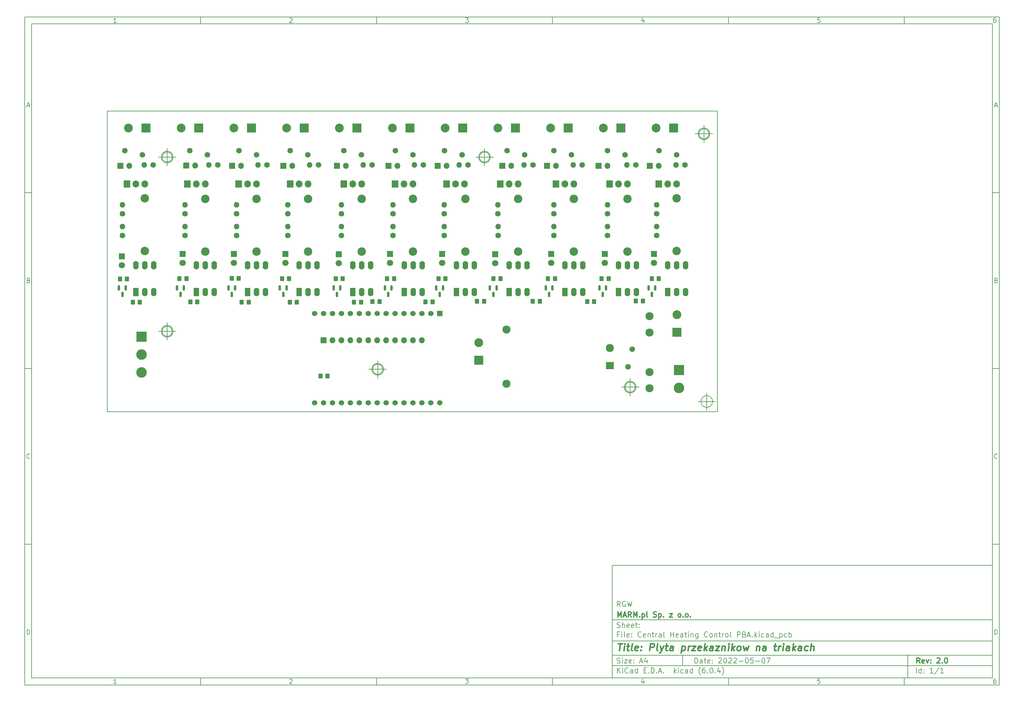
<source format=gbr>
%TF.GenerationSoftware,KiCad,Pcbnew,(6.0.4)*%
%TF.CreationDate,2022-05-07T15:09:03+02:00*%
%TF.ProjectId,Central Heating Control PBA,43656e74-7261-46c2-9048-656174696e67,2.0*%
%TF.SameCoordinates,Original*%
%TF.FileFunction,Soldermask,Top*%
%TF.FilePolarity,Negative*%
%FSLAX46Y46*%
G04 Gerber Fmt 4.6, Leading zero omitted, Abs format (unit mm)*
G04 Created by KiCad (PCBNEW (6.0.4)) date 2022-05-07 15:09:03*
%MOMM*%
%LPD*%
G01*
G04 APERTURE LIST*
G04 Aperture macros list*
%AMRoundRect*
0 Rectangle with rounded corners*
0 $1 Rounding radius*
0 $2 $3 $4 $5 $6 $7 $8 $9 X,Y pos of 4 corners*
0 Add a 4 corners polygon primitive as box body*
4,1,4,$2,$3,$4,$5,$6,$7,$8,$9,$2,$3,0*
0 Add four circle primitives for the rounded corners*
1,1,$1+$1,$2,$3*
1,1,$1+$1,$4,$5*
1,1,$1+$1,$6,$7*
1,1,$1+$1,$8,$9*
0 Add four rect primitives between the rounded corners*
20,1,$1+$1,$2,$3,$4,$5,0*
20,1,$1+$1,$4,$5,$6,$7,0*
20,1,$1+$1,$6,$7,$8,$9,0*
20,1,$1+$1,$8,$9,$2,$3,0*%
G04 Aperture macros list end*
%ADD10C,0.100000*%
%ADD11C,0.150000*%
%ADD12C,0.300000*%
%ADD13C,0.400000*%
%TA.AperFunction,Profile*%
%ADD14C,0.150000*%
%TD*%
%ADD15R,1.800000X1.800000*%
%ADD16C,1.800000*%
%ADD17RoundRect,0.250000X-0.350000X-0.450000X0.350000X-0.450000X0.350000X0.450000X-0.350000X0.450000X0*%
%ADD18R,2.500000X2.500000*%
%ADD19C,2.500000*%
%ADD20R,1.600000X2.400000*%
%ADD21O,1.600000X2.400000*%
%ADD22C,1.600000*%
%ADD23O,1.600000X1.600000*%
%ADD24R,1.905000X2.000000*%
%ADD25O,1.905000X2.000000*%
%ADD26C,2.400000*%
%ADD27R,1.700000X1.700000*%
%ADD28O,1.700000X1.700000*%
%ADD29RoundRect,0.150000X-0.150000X0.587500X-0.150000X-0.587500X0.150000X-0.587500X0.150000X0.587500X0*%
%ADD30RoundRect,0.250000X0.350000X0.450000X-0.350000X0.450000X-0.350000X-0.450000X0.350000X-0.450000X0*%
%ADD31R,3.000000X3.000000*%
%ADD32C,3.000000*%
%ADD33C,2.300000*%
%ADD34R,1.524000X1.524000*%
%ADD35C,1.524000*%
%ADD36R,2.300000X2.000000*%
G04 APERTURE END LIST*
D10*
D11*
X177002200Y-166007200D02*
X177002200Y-198007200D01*
X285002200Y-198007200D01*
X285002200Y-166007200D01*
X177002200Y-166007200D01*
D10*
D11*
X10000000Y-10000000D02*
X10000000Y-200007200D01*
X287002200Y-200007200D01*
X287002200Y-10000000D01*
X10000000Y-10000000D01*
D10*
D11*
X12000000Y-12000000D02*
X12000000Y-198007200D01*
X285002200Y-198007200D01*
X285002200Y-12000000D01*
X12000000Y-12000000D01*
D10*
D11*
X60000000Y-12000000D02*
X60000000Y-10000000D01*
D10*
D11*
X110000000Y-12000000D02*
X110000000Y-10000000D01*
D10*
D11*
X160000000Y-12000000D02*
X160000000Y-10000000D01*
D10*
D11*
X210000000Y-12000000D02*
X210000000Y-10000000D01*
D10*
D11*
X260000000Y-12000000D02*
X260000000Y-10000000D01*
D10*
D11*
X36065476Y-11588095D02*
X35322619Y-11588095D01*
X35694047Y-11588095D02*
X35694047Y-10288095D01*
X35570238Y-10473809D01*
X35446428Y-10597619D01*
X35322619Y-10659523D01*
D10*
D11*
X85322619Y-10411904D02*
X85384523Y-10350000D01*
X85508333Y-10288095D01*
X85817857Y-10288095D01*
X85941666Y-10350000D01*
X86003571Y-10411904D01*
X86065476Y-10535714D01*
X86065476Y-10659523D01*
X86003571Y-10845238D01*
X85260714Y-11588095D01*
X86065476Y-11588095D01*
D10*
D11*
X135260714Y-10288095D02*
X136065476Y-10288095D01*
X135632142Y-10783333D01*
X135817857Y-10783333D01*
X135941666Y-10845238D01*
X136003571Y-10907142D01*
X136065476Y-11030952D01*
X136065476Y-11340476D01*
X136003571Y-11464285D01*
X135941666Y-11526190D01*
X135817857Y-11588095D01*
X135446428Y-11588095D01*
X135322619Y-11526190D01*
X135260714Y-11464285D01*
D10*
D11*
X185941666Y-10721428D02*
X185941666Y-11588095D01*
X185632142Y-10226190D02*
X185322619Y-11154761D01*
X186127380Y-11154761D01*
D10*
D11*
X236003571Y-10288095D02*
X235384523Y-10288095D01*
X235322619Y-10907142D01*
X235384523Y-10845238D01*
X235508333Y-10783333D01*
X235817857Y-10783333D01*
X235941666Y-10845238D01*
X236003571Y-10907142D01*
X236065476Y-11030952D01*
X236065476Y-11340476D01*
X236003571Y-11464285D01*
X235941666Y-11526190D01*
X235817857Y-11588095D01*
X235508333Y-11588095D01*
X235384523Y-11526190D01*
X235322619Y-11464285D01*
D10*
D11*
X285941666Y-10288095D02*
X285694047Y-10288095D01*
X285570238Y-10350000D01*
X285508333Y-10411904D01*
X285384523Y-10597619D01*
X285322619Y-10845238D01*
X285322619Y-11340476D01*
X285384523Y-11464285D01*
X285446428Y-11526190D01*
X285570238Y-11588095D01*
X285817857Y-11588095D01*
X285941666Y-11526190D01*
X286003571Y-11464285D01*
X286065476Y-11340476D01*
X286065476Y-11030952D01*
X286003571Y-10907142D01*
X285941666Y-10845238D01*
X285817857Y-10783333D01*
X285570238Y-10783333D01*
X285446428Y-10845238D01*
X285384523Y-10907142D01*
X285322619Y-11030952D01*
D10*
D11*
X60000000Y-198007200D02*
X60000000Y-200007200D01*
D10*
D11*
X110000000Y-198007200D02*
X110000000Y-200007200D01*
D10*
D11*
X160000000Y-198007200D02*
X160000000Y-200007200D01*
D10*
D11*
X210000000Y-198007200D02*
X210000000Y-200007200D01*
D10*
D11*
X260000000Y-198007200D02*
X260000000Y-200007200D01*
D10*
D11*
X36065476Y-199595295D02*
X35322619Y-199595295D01*
X35694047Y-199595295D02*
X35694047Y-198295295D01*
X35570238Y-198481009D01*
X35446428Y-198604819D01*
X35322619Y-198666723D01*
D10*
D11*
X85322619Y-198419104D02*
X85384523Y-198357200D01*
X85508333Y-198295295D01*
X85817857Y-198295295D01*
X85941666Y-198357200D01*
X86003571Y-198419104D01*
X86065476Y-198542914D01*
X86065476Y-198666723D01*
X86003571Y-198852438D01*
X85260714Y-199595295D01*
X86065476Y-199595295D01*
D10*
D11*
X135260714Y-198295295D02*
X136065476Y-198295295D01*
X135632142Y-198790533D01*
X135817857Y-198790533D01*
X135941666Y-198852438D01*
X136003571Y-198914342D01*
X136065476Y-199038152D01*
X136065476Y-199347676D01*
X136003571Y-199471485D01*
X135941666Y-199533390D01*
X135817857Y-199595295D01*
X135446428Y-199595295D01*
X135322619Y-199533390D01*
X135260714Y-199471485D01*
D10*
D11*
X185941666Y-198728628D02*
X185941666Y-199595295D01*
X185632142Y-198233390D02*
X185322619Y-199161961D01*
X186127380Y-199161961D01*
D10*
D11*
X236003571Y-198295295D02*
X235384523Y-198295295D01*
X235322619Y-198914342D01*
X235384523Y-198852438D01*
X235508333Y-198790533D01*
X235817857Y-198790533D01*
X235941666Y-198852438D01*
X236003571Y-198914342D01*
X236065476Y-199038152D01*
X236065476Y-199347676D01*
X236003571Y-199471485D01*
X235941666Y-199533390D01*
X235817857Y-199595295D01*
X235508333Y-199595295D01*
X235384523Y-199533390D01*
X235322619Y-199471485D01*
D10*
D11*
X285941666Y-198295295D02*
X285694047Y-198295295D01*
X285570238Y-198357200D01*
X285508333Y-198419104D01*
X285384523Y-198604819D01*
X285322619Y-198852438D01*
X285322619Y-199347676D01*
X285384523Y-199471485D01*
X285446428Y-199533390D01*
X285570238Y-199595295D01*
X285817857Y-199595295D01*
X285941666Y-199533390D01*
X286003571Y-199471485D01*
X286065476Y-199347676D01*
X286065476Y-199038152D01*
X286003571Y-198914342D01*
X285941666Y-198852438D01*
X285817857Y-198790533D01*
X285570238Y-198790533D01*
X285446428Y-198852438D01*
X285384523Y-198914342D01*
X285322619Y-199038152D01*
D10*
D11*
X10000000Y-60000000D02*
X12000000Y-60000000D01*
D10*
D11*
X10000000Y-110000000D02*
X12000000Y-110000000D01*
D10*
D11*
X10000000Y-160000000D02*
X12000000Y-160000000D01*
D10*
D11*
X10690476Y-35216666D02*
X11309523Y-35216666D01*
X10566666Y-35588095D02*
X11000000Y-34288095D01*
X11433333Y-35588095D01*
D10*
D11*
X11092857Y-84907142D02*
X11278571Y-84969047D01*
X11340476Y-85030952D01*
X11402380Y-85154761D01*
X11402380Y-85340476D01*
X11340476Y-85464285D01*
X11278571Y-85526190D01*
X11154761Y-85588095D01*
X10659523Y-85588095D01*
X10659523Y-84288095D01*
X11092857Y-84288095D01*
X11216666Y-84350000D01*
X11278571Y-84411904D01*
X11340476Y-84535714D01*
X11340476Y-84659523D01*
X11278571Y-84783333D01*
X11216666Y-84845238D01*
X11092857Y-84907142D01*
X10659523Y-84907142D01*
D10*
D11*
X11402380Y-135464285D02*
X11340476Y-135526190D01*
X11154761Y-135588095D01*
X11030952Y-135588095D01*
X10845238Y-135526190D01*
X10721428Y-135402380D01*
X10659523Y-135278571D01*
X10597619Y-135030952D01*
X10597619Y-134845238D01*
X10659523Y-134597619D01*
X10721428Y-134473809D01*
X10845238Y-134350000D01*
X11030952Y-134288095D01*
X11154761Y-134288095D01*
X11340476Y-134350000D01*
X11402380Y-134411904D01*
D10*
D11*
X10659523Y-185588095D02*
X10659523Y-184288095D01*
X10969047Y-184288095D01*
X11154761Y-184350000D01*
X11278571Y-184473809D01*
X11340476Y-184597619D01*
X11402380Y-184845238D01*
X11402380Y-185030952D01*
X11340476Y-185278571D01*
X11278571Y-185402380D01*
X11154761Y-185526190D01*
X10969047Y-185588095D01*
X10659523Y-185588095D01*
D10*
D11*
X287002200Y-60000000D02*
X285002200Y-60000000D01*
D10*
D11*
X287002200Y-110000000D02*
X285002200Y-110000000D01*
D10*
D11*
X287002200Y-160000000D02*
X285002200Y-160000000D01*
D10*
D11*
X285692676Y-35216666D02*
X286311723Y-35216666D01*
X285568866Y-35588095D02*
X286002200Y-34288095D01*
X286435533Y-35588095D01*
D10*
D11*
X286095057Y-84907142D02*
X286280771Y-84969047D01*
X286342676Y-85030952D01*
X286404580Y-85154761D01*
X286404580Y-85340476D01*
X286342676Y-85464285D01*
X286280771Y-85526190D01*
X286156961Y-85588095D01*
X285661723Y-85588095D01*
X285661723Y-84288095D01*
X286095057Y-84288095D01*
X286218866Y-84350000D01*
X286280771Y-84411904D01*
X286342676Y-84535714D01*
X286342676Y-84659523D01*
X286280771Y-84783333D01*
X286218866Y-84845238D01*
X286095057Y-84907142D01*
X285661723Y-84907142D01*
D10*
D11*
X286404580Y-135464285D02*
X286342676Y-135526190D01*
X286156961Y-135588095D01*
X286033152Y-135588095D01*
X285847438Y-135526190D01*
X285723628Y-135402380D01*
X285661723Y-135278571D01*
X285599819Y-135030952D01*
X285599819Y-134845238D01*
X285661723Y-134597619D01*
X285723628Y-134473809D01*
X285847438Y-134350000D01*
X286033152Y-134288095D01*
X286156961Y-134288095D01*
X286342676Y-134350000D01*
X286404580Y-134411904D01*
D10*
D11*
X285661723Y-185588095D02*
X285661723Y-184288095D01*
X285971247Y-184288095D01*
X286156961Y-184350000D01*
X286280771Y-184473809D01*
X286342676Y-184597619D01*
X286404580Y-184845238D01*
X286404580Y-185030952D01*
X286342676Y-185278571D01*
X286280771Y-185402380D01*
X286156961Y-185526190D01*
X285971247Y-185588095D01*
X285661723Y-185588095D01*
D10*
D11*
X200434342Y-193785771D02*
X200434342Y-192285771D01*
X200791485Y-192285771D01*
X201005771Y-192357200D01*
X201148628Y-192500057D01*
X201220057Y-192642914D01*
X201291485Y-192928628D01*
X201291485Y-193142914D01*
X201220057Y-193428628D01*
X201148628Y-193571485D01*
X201005771Y-193714342D01*
X200791485Y-193785771D01*
X200434342Y-193785771D01*
X202577200Y-193785771D02*
X202577200Y-193000057D01*
X202505771Y-192857200D01*
X202362914Y-192785771D01*
X202077200Y-192785771D01*
X201934342Y-192857200D01*
X202577200Y-193714342D02*
X202434342Y-193785771D01*
X202077200Y-193785771D01*
X201934342Y-193714342D01*
X201862914Y-193571485D01*
X201862914Y-193428628D01*
X201934342Y-193285771D01*
X202077200Y-193214342D01*
X202434342Y-193214342D01*
X202577200Y-193142914D01*
X203077200Y-192785771D02*
X203648628Y-192785771D01*
X203291485Y-192285771D02*
X203291485Y-193571485D01*
X203362914Y-193714342D01*
X203505771Y-193785771D01*
X203648628Y-193785771D01*
X204720057Y-193714342D02*
X204577200Y-193785771D01*
X204291485Y-193785771D01*
X204148628Y-193714342D01*
X204077200Y-193571485D01*
X204077200Y-193000057D01*
X204148628Y-192857200D01*
X204291485Y-192785771D01*
X204577200Y-192785771D01*
X204720057Y-192857200D01*
X204791485Y-193000057D01*
X204791485Y-193142914D01*
X204077200Y-193285771D01*
X205434342Y-193642914D02*
X205505771Y-193714342D01*
X205434342Y-193785771D01*
X205362914Y-193714342D01*
X205434342Y-193642914D01*
X205434342Y-193785771D01*
X205434342Y-192857200D02*
X205505771Y-192928628D01*
X205434342Y-193000057D01*
X205362914Y-192928628D01*
X205434342Y-192857200D01*
X205434342Y-193000057D01*
X207220057Y-192428628D02*
X207291485Y-192357200D01*
X207434342Y-192285771D01*
X207791485Y-192285771D01*
X207934342Y-192357200D01*
X208005771Y-192428628D01*
X208077200Y-192571485D01*
X208077200Y-192714342D01*
X208005771Y-192928628D01*
X207148628Y-193785771D01*
X208077200Y-193785771D01*
X209005771Y-192285771D02*
X209148628Y-192285771D01*
X209291485Y-192357200D01*
X209362914Y-192428628D01*
X209434342Y-192571485D01*
X209505771Y-192857200D01*
X209505771Y-193214342D01*
X209434342Y-193500057D01*
X209362914Y-193642914D01*
X209291485Y-193714342D01*
X209148628Y-193785771D01*
X209005771Y-193785771D01*
X208862914Y-193714342D01*
X208791485Y-193642914D01*
X208720057Y-193500057D01*
X208648628Y-193214342D01*
X208648628Y-192857200D01*
X208720057Y-192571485D01*
X208791485Y-192428628D01*
X208862914Y-192357200D01*
X209005771Y-192285771D01*
X210077200Y-192428628D02*
X210148628Y-192357200D01*
X210291485Y-192285771D01*
X210648628Y-192285771D01*
X210791485Y-192357200D01*
X210862914Y-192428628D01*
X210934342Y-192571485D01*
X210934342Y-192714342D01*
X210862914Y-192928628D01*
X210005771Y-193785771D01*
X210934342Y-193785771D01*
X211505771Y-192428628D02*
X211577200Y-192357200D01*
X211720057Y-192285771D01*
X212077200Y-192285771D01*
X212220057Y-192357200D01*
X212291485Y-192428628D01*
X212362914Y-192571485D01*
X212362914Y-192714342D01*
X212291485Y-192928628D01*
X211434342Y-193785771D01*
X212362914Y-193785771D01*
X213005771Y-193214342D02*
X214148628Y-193214342D01*
X215148628Y-192285771D02*
X215291485Y-192285771D01*
X215434342Y-192357200D01*
X215505771Y-192428628D01*
X215577200Y-192571485D01*
X215648628Y-192857200D01*
X215648628Y-193214342D01*
X215577200Y-193500057D01*
X215505771Y-193642914D01*
X215434342Y-193714342D01*
X215291485Y-193785771D01*
X215148628Y-193785771D01*
X215005771Y-193714342D01*
X214934342Y-193642914D01*
X214862914Y-193500057D01*
X214791485Y-193214342D01*
X214791485Y-192857200D01*
X214862914Y-192571485D01*
X214934342Y-192428628D01*
X215005771Y-192357200D01*
X215148628Y-192285771D01*
X217005771Y-192285771D02*
X216291485Y-192285771D01*
X216220057Y-193000057D01*
X216291485Y-192928628D01*
X216434342Y-192857200D01*
X216791485Y-192857200D01*
X216934342Y-192928628D01*
X217005771Y-193000057D01*
X217077200Y-193142914D01*
X217077200Y-193500057D01*
X217005771Y-193642914D01*
X216934342Y-193714342D01*
X216791485Y-193785771D01*
X216434342Y-193785771D01*
X216291485Y-193714342D01*
X216220057Y-193642914D01*
X217720057Y-193214342D02*
X218862914Y-193214342D01*
X219862914Y-192285771D02*
X220005771Y-192285771D01*
X220148628Y-192357200D01*
X220220057Y-192428628D01*
X220291485Y-192571485D01*
X220362914Y-192857200D01*
X220362914Y-193214342D01*
X220291485Y-193500057D01*
X220220057Y-193642914D01*
X220148628Y-193714342D01*
X220005771Y-193785771D01*
X219862914Y-193785771D01*
X219720057Y-193714342D01*
X219648628Y-193642914D01*
X219577200Y-193500057D01*
X219505771Y-193214342D01*
X219505771Y-192857200D01*
X219577200Y-192571485D01*
X219648628Y-192428628D01*
X219720057Y-192357200D01*
X219862914Y-192285771D01*
X220862914Y-192285771D02*
X221862914Y-192285771D01*
X221220057Y-193785771D01*
D10*
D11*
X177002200Y-194507200D02*
X285002200Y-194507200D01*
D10*
D11*
X178434342Y-196585771D02*
X178434342Y-195085771D01*
X179291485Y-196585771D02*
X178648628Y-195728628D01*
X179291485Y-195085771D02*
X178434342Y-195942914D01*
X179934342Y-196585771D02*
X179934342Y-195585771D01*
X179934342Y-195085771D02*
X179862914Y-195157200D01*
X179934342Y-195228628D01*
X180005771Y-195157200D01*
X179934342Y-195085771D01*
X179934342Y-195228628D01*
X181505771Y-196442914D02*
X181434342Y-196514342D01*
X181220057Y-196585771D01*
X181077200Y-196585771D01*
X180862914Y-196514342D01*
X180720057Y-196371485D01*
X180648628Y-196228628D01*
X180577200Y-195942914D01*
X180577200Y-195728628D01*
X180648628Y-195442914D01*
X180720057Y-195300057D01*
X180862914Y-195157200D01*
X181077200Y-195085771D01*
X181220057Y-195085771D01*
X181434342Y-195157200D01*
X181505771Y-195228628D01*
X182791485Y-196585771D02*
X182791485Y-195800057D01*
X182720057Y-195657200D01*
X182577200Y-195585771D01*
X182291485Y-195585771D01*
X182148628Y-195657200D01*
X182791485Y-196514342D02*
X182648628Y-196585771D01*
X182291485Y-196585771D01*
X182148628Y-196514342D01*
X182077200Y-196371485D01*
X182077200Y-196228628D01*
X182148628Y-196085771D01*
X182291485Y-196014342D01*
X182648628Y-196014342D01*
X182791485Y-195942914D01*
X184148628Y-196585771D02*
X184148628Y-195085771D01*
X184148628Y-196514342D02*
X184005771Y-196585771D01*
X183720057Y-196585771D01*
X183577200Y-196514342D01*
X183505771Y-196442914D01*
X183434342Y-196300057D01*
X183434342Y-195871485D01*
X183505771Y-195728628D01*
X183577200Y-195657200D01*
X183720057Y-195585771D01*
X184005771Y-195585771D01*
X184148628Y-195657200D01*
X186005771Y-195800057D02*
X186505771Y-195800057D01*
X186720057Y-196585771D02*
X186005771Y-196585771D01*
X186005771Y-195085771D01*
X186720057Y-195085771D01*
X187362914Y-196442914D02*
X187434342Y-196514342D01*
X187362914Y-196585771D01*
X187291485Y-196514342D01*
X187362914Y-196442914D01*
X187362914Y-196585771D01*
X188077200Y-196585771D02*
X188077200Y-195085771D01*
X188434342Y-195085771D01*
X188648628Y-195157200D01*
X188791485Y-195300057D01*
X188862914Y-195442914D01*
X188934342Y-195728628D01*
X188934342Y-195942914D01*
X188862914Y-196228628D01*
X188791485Y-196371485D01*
X188648628Y-196514342D01*
X188434342Y-196585771D01*
X188077200Y-196585771D01*
X189577200Y-196442914D02*
X189648628Y-196514342D01*
X189577200Y-196585771D01*
X189505771Y-196514342D01*
X189577200Y-196442914D01*
X189577200Y-196585771D01*
X190220057Y-196157200D02*
X190934342Y-196157200D01*
X190077200Y-196585771D02*
X190577200Y-195085771D01*
X191077200Y-196585771D01*
X191577200Y-196442914D02*
X191648628Y-196514342D01*
X191577200Y-196585771D01*
X191505771Y-196514342D01*
X191577200Y-196442914D01*
X191577200Y-196585771D01*
X194577200Y-196585771D02*
X194577200Y-195085771D01*
X194720057Y-196014342D02*
X195148628Y-196585771D01*
X195148628Y-195585771D02*
X194577200Y-196157200D01*
X195791485Y-196585771D02*
X195791485Y-195585771D01*
X195791485Y-195085771D02*
X195720057Y-195157200D01*
X195791485Y-195228628D01*
X195862914Y-195157200D01*
X195791485Y-195085771D01*
X195791485Y-195228628D01*
X197148628Y-196514342D02*
X197005771Y-196585771D01*
X196720057Y-196585771D01*
X196577200Y-196514342D01*
X196505771Y-196442914D01*
X196434342Y-196300057D01*
X196434342Y-195871485D01*
X196505771Y-195728628D01*
X196577200Y-195657200D01*
X196720057Y-195585771D01*
X197005771Y-195585771D01*
X197148628Y-195657200D01*
X198434342Y-196585771D02*
X198434342Y-195800057D01*
X198362914Y-195657200D01*
X198220057Y-195585771D01*
X197934342Y-195585771D01*
X197791485Y-195657200D01*
X198434342Y-196514342D02*
X198291485Y-196585771D01*
X197934342Y-196585771D01*
X197791485Y-196514342D01*
X197720057Y-196371485D01*
X197720057Y-196228628D01*
X197791485Y-196085771D01*
X197934342Y-196014342D01*
X198291485Y-196014342D01*
X198434342Y-195942914D01*
X199791485Y-196585771D02*
X199791485Y-195085771D01*
X199791485Y-196514342D02*
X199648628Y-196585771D01*
X199362914Y-196585771D01*
X199220057Y-196514342D01*
X199148628Y-196442914D01*
X199077200Y-196300057D01*
X199077200Y-195871485D01*
X199148628Y-195728628D01*
X199220057Y-195657200D01*
X199362914Y-195585771D01*
X199648628Y-195585771D01*
X199791485Y-195657200D01*
X202077200Y-197157200D02*
X202005771Y-197085771D01*
X201862914Y-196871485D01*
X201791485Y-196728628D01*
X201720057Y-196514342D01*
X201648628Y-196157200D01*
X201648628Y-195871485D01*
X201720057Y-195514342D01*
X201791485Y-195300057D01*
X201862914Y-195157200D01*
X202005771Y-194942914D01*
X202077200Y-194871485D01*
X203291485Y-195085771D02*
X203005771Y-195085771D01*
X202862914Y-195157200D01*
X202791485Y-195228628D01*
X202648628Y-195442914D01*
X202577200Y-195728628D01*
X202577200Y-196300057D01*
X202648628Y-196442914D01*
X202720057Y-196514342D01*
X202862914Y-196585771D01*
X203148628Y-196585771D01*
X203291485Y-196514342D01*
X203362914Y-196442914D01*
X203434342Y-196300057D01*
X203434342Y-195942914D01*
X203362914Y-195800057D01*
X203291485Y-195728628D01*
X203148628Y-195657200D01*
X202862914Y-195657200D01*
X202720057Y-195728628D01*
X202648628Y-195800057D01*
X202577200Y-195942914D01*
X204077200Y-196442914D02*
X204148628Y-196514342D01*
X204077200Y-196585771D01*
X204005771Y-196514342D01*
X204077200Y-196442914D01*
X204077200Y-196585771D01*
X205077200Y-195085771D02*
X205220057Y-195085771D01*
X205362914Y-195157200D01*
X205434342Y-195228628D01*
X205505771Y-195371485D01*
X205577200Y-195657200D01*
X205577200Y-196014342D01*
X205505771Y-196300057D01*
X205434342Y-196442914D01*
X205362914Y-196514342D01*
X205220057Y-196585771D01*
X205077200Y-196585771D01*
X204934342Y-196514342D01*
X204862914Y-196442914D01*
X204791485Y-196300057D01*
X204720057Y-196014342D01*
X204720057Y-195657200D01*
X204791485Y-195371485D01*
X204862914Y-195228628D01*
X204934342Y-195157200D01*
X205077200Y-195085771D01*
X206220057Y-196442914D02*
X206291485Y-196514342D01*
X206220057Y-196585771D01*
X206148628Y-196514342D01*
X206220057Y-196442914D01*
X206220057Y-196585771D01*
X207577200Y-195585771D02*
X207577200Y-196585771D01*
X207220057Y-195014342D02*
X206862914Y-196085771D01*
X207791485Y-196085771D01*
X208220057Y-197157200D02*
X208291485Y-197085771D01*
X208434342Y-196871485D01*
X208505771Y-196728628D01*
X208577200Y-196514342D01*
X208648628Y-196157200D01*
X208648628Y-195871485D01*
X208577200Y-195514342D01*
X208505771Y-195300057D01*
X208434342Y-195157200D01*
X208291485Y-194942914D01*
X208220057Y-194871485D01*
D10*
D11*
X177002200Y-191507200D02*
X285002200Y-191507200D01*
D10*
D12*
X264411485Y-193785771D02*
X263911485Y-193071485D01*
X263554342Y-193785771D02*
X263554342Y-192285771D01*
X264125771Y-192285771D01*
X264268628Y-192357200D01*
X264340057Y-192428628D01*
X264411485Y-192571485D01*
X264411485Y-192785771D01*
X264340057Y-192928628D01*
X264268628Y-193000057D01*
X264125771Y-193071485D01*
X263554342Y-193071485D01*
X265625771Y-193714342D02*
X265482914Y-193785771D01*
X265197200Y-193785771D01*
X265054342Y-193714342D01*
X264982914Y-193571485D01*
X264982914Y-193000057D01*
X265054342Y-192857200D01*
X265197200Y-192785771D01*
X265482914Y-192785771D01*
X265625771Y-192857200D01*
X265697200Y-193000057D01*
X265697200Y-193142914D01*
X264982914Y-193285771D01*
X266197200Y-192785771D02*
X266554342Y-193785771D01*
X266911485Y-192785771D01*
X267482914Y-193642914D02*
X267554342Y-193714342D01*
X267482914Y-193785771D01*
X267411485Y-193714342D01*
X267482914Y-193642914D01*
X267482914Y-193785771D01*
X267482914Y-192857200D02*
X267554342Y-192928628D01*
X267482914Y-193000057D01*
X267411485Y-192928628D01*
X267482914Y-192857200D01*
X267482914Y-193000057D01*
X269268628Y-192428628D02*
X269340057Y-192357200D01*
X269482914Y-192285771D01*
X269840057Y-192285771D01*
X269982914Y-192357200D01*
X270054342Y-192428628D01*
X270125771Y-192571485D01*
X270125771Y-192714342D01*
X270054342Y-192928628D01*
X269197200Y-193785771D01*
X270125771Y-193785771D01*
X270768628Y-193642914D02*
X270840057Y-193714342D01*
X270768628Y-193785771D01*
X270697200Y-193714342D01*
X270768628Y-193642914D01*
X270768628Y-193785771D01*
X271768628Y-192285771D02*
X271911485Y-192285771D01*
X272054342Y-192357200D01*
X272125771Y-192428628D01*
X272197200Y-192571485D01*
X272268628Y-192857200D01*
X272268628Y-193214342D01*
X272197200Y-193500057D01*
X272125771Y-193642914D01*
X272054342Y-193714342D01*
X271911485Y-193785771D01*
X271768628Y-193785771D01*
X271625771Y-193714342D01*
X271554342Y-193642914D01*
X271482914Y-193500057D01*
X271411485Y-193214342D01*
X271411485Y-192857200D01*
X271482914Y-192571485D01*
X271554342Y-192428628D01*
X271625771Y-192357200D01*
X271768628Y-192285771D01*
D10*
D11*
X178362914Y-193714342D02*
X178577200Y-193785771D01*
X178934342Y-193785771D01*
X179077200Y-193714342D01*
X179148628Y-193642914D01*
X179220057Y-193500057D01*
X179220057Y-193357200D01*
X179148628Y-193214342D01*
X179077200Y-193142914D01*
X178934342Y-193071485D01*
X178648628Y-193000057D01*
X178505771Y-192928628D01*
X178434342Y-192857200D01*
X178362914Y-192714342D01*
X178362914Y-192571485D01*
X178434342Y-192428628D01*
X178505771Y-192357200D01*
X178648628Y-192285771D01*
X179005771Y-192285771D01*
X179220057Y-192357200D01*
X179862914Y-193785771D02*
X179862914Y-192785771D01*
X179862914Y-192285771D02*
X179791485Y-192357200D01*
X179862914Y-192428628D01*
X179934342Y-192357200D01*
X179862914Y-192285771D01*
X179862914Y-192428628D01*
X180434342Y-192785771D02*
X181220057Y-192785771D01*
X180434342Y-193785771D01*
X181220057Y-193785771D01*
X182362914Y-193714342D02*
X182220057Y-193785771D01*
X181934342Y-193785771D01*
X181791485Y-193714342D01*
X181720057Y-193571485D01*
X181720057Y-193000057D01*
X181791485Y-192857200D01*
X181934342Y-192785771D01*
X182220057Y-192785771D01*
X182362914Y-192857200D01*
X182434342Y-193000057D01*
X182434342Y-193142914D01*
X181720057Y-193285771D01*
X183077200Y-193642914D02*
X183148628Y-193714342D01*
X183077200Y-193785771D01*
X183005771Y-193714342D01*
X183077200Y-193642914D01*
X183077200Y-193785771D01*
X183077200Y-192857200D02*
X183148628Y-192928628D01*
X183077200Y-193000057D01*
X183005771Y-192928628D01*
X183077200Y-192857200D01*
X183077200Y-193000057D01*
X184862914Y-193357200D02*
X185577200Y-193357200D01*
X184720057Y-193785771D02*
X185220057Y-192285771D01*
X185720057Y-193785771D01*
X186862914Y-192785771D02*
X186862914Y-193785771D01*
X186505771Y-192214342D02*
X186148628Y-193285771D01*
X187077200Y-193285771D01*
D10*
D11*
X263434342Y-196585771D02*
X263434342Y-195085771D01*
X264791485Y-196585771D02*
X264791485Y-195085771D01*
X264791485Y-196514342D02*
X264648628Y-196585771D01*
X264362914Y-196585771D01*
X264220057Y-196514342D01*
X264148628Y-196442914D01*
X264077200Y-196300057D01*
X264077200Y-195871485D01*
X264148628Y-195728628D01*
X264220057Y-195657200D01*
X264362914Y-195585771D01*
X264648628Y-195585771D01*
X264791485Y-195657200D01*
X265505771Y-196442914D02*
X265577200Y-196514342D01*
X265505771Y-196585771D01*
X265434342Y-196514342D01*
X265505771Y-196442914D01*
X265505771Y-196585771D01*
X265505771Y-195657200D02*
X265577200Y-195728628D01*
X265505771Y-195800057D01*
X265434342Y-195728628D01*
X265505771Y-195657200D01*
X265505771Y-195800057D01*
X268148628Y-196585771D02*
X267291485Y-196585771D01*
X267720057Y-196585771D02*
X267720057Y-195085771D01*
X267577200Y-195300057D01*
X267434342Y-195442914D01*
X267291485Y-195514342D01*
X269862914Y-195014342D02*
X268577200Y-196942914D01*
X271148628Y-196585771D02*
X270291485Y-196585771D01*
X270720057Y-196585771D02*
X270720057Y-195085771D01*
X270577200Y-195300057D01*
X270434342Y-195442914D01*
X270291485Y-195514342D01*
D10*
D11*
X177002200Y-187507200D02*
X285002200Y-187507200D01*
D10*
D13*
X178714580Y-188211961D02*
X179857438Y-188211961D01*
X179036009Y-190211961D02*
X179286009Y-188211961D01*
X180274104Y-190211961D02*
X180440771Y-188878628D01*
X180524104Y-188211961D02*
X180416961Y-188307200D01*
X180500295Y-188402438D01*
X180607438Y-188307200D01*
X180524104Y-188211961D01*
X180500295Y-188402438D01*
X181107438Y-188878628D02*
X181869342Y-188878628D01*
X181476485Y-188211961D02*
X181262200Y-189926247D01*
X181333628Y-190116723D01*
X181512200Y-190211961D01*
X181702676Y-190211961D01*
X182655057Y-190211961D02*
X182476485Y-190116723D01*
X182405057Y-189926247D01*
X182619342Y-188211961D01*
X184190771Y-190116723D02*
X183988390Y-190211961D01*
X183607438Y-190211961D01*
X183428866Y-190116723D01*
X183357438Y-189926247D01*
X183452676Y-189164342D01*
X183571723Y-188973866D01*
X183774104Y-188878628D01*
X184155057Y-188878628D01*
X184333628Y-188973866D01*
X184405057Y-189164342D01*
X184381247Y-189354819D01*
X183405057Y-189545295D01*
X185155057Y-190021485D02*
X185238390Y-190116723D01*
X185131247Y-190211961D01*
X185047914Y-190116723D01*
X185155057Y-190021485D01*
X185131247Y-190211961D01*
X185286009Y-188973866D02*
X185369342Y-189069104D01*
X185262200Y-189164342D01*
X185178866Y-189069104D01*
X185286009Y-188973866D01*
X185262200Y-189164342D01*
X187607438Y-190211961D02*
X187857438Y-188211961D01*
X188619342Y-188211961D01*
X188797914Y-188307200D01*
X188881247Y-188402438D01*
X188952676Y-188592914D01*
X188916961Y-188878628D01*
X188797914Y-189069104D01*
X188690771Y-189164342D01*
X188488390Y-189259580D01*
X187726485Y-189259580D01*
X189893152Y-190211961D02*
X189714580Y-190116723D01*
X189643152Y-189926247D01*
X189857438Y-188211961D01*
X190631247Y-188878628D02*
X190940771Y-190211961D01*
X191583628Y-188878628D02*
X190940771Y-190211961D01*
X190690771Y-190688152D01*
X190583628Y-190783390D01*
X190381247Y-190878628D01*
X192059819Y-188878628D02*
X192821723Y-188878628D01*
X192428866Y-188211961D02*
X192214580Y-189926247D01*
X192286009Y-190116723D01*
X192464580Y-190211961D01*
X192655057Y-190211961D01*
X194178866Y-190211961D02*
X194309819Y-189164342D01*
X194238390Y-188973866D01*
X194059819Y-188878628D01*
X193678866Y-188878628D01*
X193476485Y-188973866D01*
X194190771Y-190116723D02*
X193988390Y-190211961D01*
X193512200Y-190211961D01*
X193333628Y-190116723D01*
X193262200Y-189926247D01*
X193286009Y-189735771D01*
X193405057Y-189545295D01*
X193607438Y-189450057D01*
X194083628Y-189450057D01*
X194286009Y-189354819D01*
X196821723Y-188878628D02*
X196571723Y-190878628D01*
X196809819Y-188973866D02*
X197012200Y-188878628D01*
X197393152Y-188878628D01*
X197571723Y-188973866D01*
X197655057Y-189069104D01*
X197726485Y-189259580D01*
X197655057Y-189831009D01*
X197536009Y-190021485D01*
X197428866Y-190116723D01*
X197226485Y-190211961D01*
X196845533Y-190211961D01*
X196666961Y-190116723D01*
X198464580Y-190211961D02*
X198631247Y-188878628D01*
X198583628Y-189259580D02*
X198702676Y-189069104D01*
X198809819Y-188973866D01*
X199012200Y-188878628D01*
X199202676Y-188878628D01*
X199678866Y-188878628D02*
X200726485Y-188878628D01*
X199512200Y-190211961D01*
X200559819Y-190211961D01*
X202095533Y-190116723D02*
X201893152Y-190211961D01*
X201512200Y-190211961D01*
X201333628Y-190116723D01*
X201262200Y-189926247D01*
X201357438Y-189164342D01*
X201476485Y-188973866D01*
X201678866Y-188878628D01*
X202059819Y-188878628D01*
X202238390Y-188973866D01*
X202309819Y-189164342D01*
X202286009Y-189354819D01*
X201309819Y-189545295D01*
X203036009Y-190211961D02*
X203286009Y-188211961D01*
X203321723Y-189450057D02*
X203797914Y-190211961D01*
X203964580Y-188878628D02*
X203107438Y-189640533D01*
X205512200Y-190211961D02*
X205643152Y-189164342D01*
X205571723Y-188973866D01*
X205393152Y-188878628D01*
X205012200Y-188878628D01*
X204809819Y-188973866D01*
X205524104Y-190116723D02*
X205321723Y-190211961D01*
X204845533Y-190211961D01*
X204666961Y-190116723D01*
X204595533Y-189926247D01*
X204619342Y-189735771D01*
X204738390Y-189545295D01*
X204940771Y-189450057D01*
X205416961Y-189450057D01*
X205619342Y-189354819D01*
X206440771Y-188878628D02*
X207488390Y-188878628D01*
X206274104Y-190211961D01*
X207321723Y-190211961D01*
X208250295Y-188878628D02*
X208083628Y-190211961D01*
X208226485Y-189069104D02*
X208333628Y-188973866D01*
X208536009Y-188878628D01*
X208821723Y-188878628D01*
X209000295Y-188973866D01*
X209071723Y-189164342D01*
X208940771Y-190211961D01*
X209893152Y-190211961D02*
X210059819Y-188878628D01*
X210143152Y-188211961D02*
X210036009Y-188307200D01*
X210119342Y-188402438D01*
X210226485Y-188307200D01*
X210143152Y-188211961D01*
X210119342Y-188402438D01*
X210845533Y-190211961D02*
X211095533Y-188211961D01*
X211131247Y-189450057D02*
X211607438Y-190211961D01*
X211774104Y-188878628D02*
X210916961Y-189640533D01*
X212750295Y-190211961D02*
X212571723Y-190116723D01*
X212488390Y-190021485D01*
X212416961Y-189831009D01*
X212488390Y-189259580D01*
X212607438Y-189069104D01*
X212714580Y-188973866D01*
X212916961Y-188878628D01*
X213202676Y-188878628D01*
X213381247Y-188973866D01*
X213464580Y-189069104D01*
X213536009Y-189259580D01*
X213464580Y-189831009D01*
X213345533Y-190021485D01*
X213238390Y-190116723D01*
X213036009Y-190211961D01*
X212750295Y-190211961D01*
X214250295Y-188878628D02*
X214464580Y-190211961D01*
X214964580Y-189259580D01*
X215226485Y-190211961D01*
X215774104Y-188878628D01*
X218059819Y-188878628D02*
X217893152Y-190211961D01*
X218036009Y-189069104D02*
X218143152Y-188973866D01*
X218345533Y-188878628D01*
X218631247Y-188878628D01*
X218809819Y-188973866D01*
X218881247Y-189164342D01*
X218750295Y-190211961D01*
X220559819Y-190211961D02*
X220690771Y-189164342D01*
X220619342Y-188973866D01*
X220440771Y-188878628D01*
X220059819Y-188878628D01*
X219857438Y-188973866D01*
X220571723Y-190116723D02*
X220369342Y-190211961D01*
X219893152Y-190211961D01*
X219714580Y-190116723D01*
X219643152Y-189926247D01*
X219666961Y-189735771D01*
X219786009Y-189545295D01*
X219988390Y-189450057D01*
X220464580Y-189450057D01*
X220666961Y-189354819D01*
X222916961Y-188878628D02*
X223678866Y-188878628D01*
X223286009Y-188211961D02*
X223071723Y-189926247D01*
X223143152Y-190116723D01*
X223321723Y-190211961D01*
X223512200Y-190211961D01*
X224178866Y-190211961D02*
X224345533Y-188878628D01*
X224297914Y-189259580D02*
X224416961Y-189069104D01*
X224524104Y-188973866D01*
X224726485Y-188878628D01*
X224916961Y-188878628D01*
X225416961Y-190211961D02*
X225583628Y-188878628D01*
X225666961Y-188211961D02*
X225559819Y-188307200D01*
X225643152Y-188402438D01*
X225750295Y-188307200D01*
X225666961Y-188211961D01*
X225643152Y-188402438D01*
X227226485Y-190211961D02*
X227357438Y-189164342D01*
X227286009Y-188973866D01*
X227107438Y-188878628D01*
X226726485Y-188878628D01*
X226524104Y-188973866D01*
X227238390Y-190116723D02*
X227036009Y-190211961D01*
X226559819Y-190211961D01*
X226381247Y-190116723D01*
X226309819Y-189926247D01*
X226333628Y-189735771D01*
X226452676Y-189545295D01*
X226655057Y-189450057D01*
X227131247Y-189450057D01*
X227333628Y-189354819D01*
X228178866Y-190211961D02*
X228428866Y-188211961D01*
X228464580Y-189450057D02*
X228940771Y-190211961D01*
X229107438Y-188878628D02*
X228250295Y-189640533D01*
X230655057Y-190211961D02*
X230786009Y-189164342D01*
X230714580Y-188973866D01*
X230536009Y-188878628D01*
X230155057Y-188878628D01*
X229952676Y-188973866D01*
X230666961Y-190116723D02*
X230464580Y-190211961D01*
X229988390Y-190211961D01*
X229809819Y-190116723D01*
X229738390Y-189926247D01*
X229762200Y-189735771D01*
X229881247Y-189545295D01*
X230083628Y-189450057D01*
X230559819Y-189450057D01*
X230762200Y-189354819D01*
X232476485Y-190116723D02*
X232274104Y-190211961D01*
X231893152Y-190211961D01*
X231714580Y-190116723D01*
X231631247Y-190021485D01*
X231559819Y-189831009D01*
X231631247Y-189259580D01*
X231750295Y-189069104D01*
X231857438Y-188973866D01*
X232059819Y-188878628D01*
X232440771Y-188878628D01*
X232619342Y-188973866D01*
X233321723Y-190211961D02*
X233571723Y-188211961D01*
X234178866Y-190211961D02*
X234309819Y-189164342D01*
X234238390Y-188973866D01*
X234059819Y-188878628D01*
X233774104Y-188878628D01*
X233571723Y-188973866D01*
X233464580Y-189069104D01*
D10*
D11*
X178934342Y-185600057D02*
X178434342Y-185600057D01*
X178434342Y-186385771D02*
X178434342Y-184885771D01*
X179148628Y-184885771D01*
X179720057Y-186385771D02*
X179720057Y-185385771D01*
X179720057Y-184885771D02*
X179648628Y-184957200D01*
X179720057Y-185028628D01*
X179791485Y-184957200D01*
X179720057Y-184885771D01*
X179720057Y-185028628D01*
X180648628Y-186385771D02*
X180505771Y-186314342D01*
X180434342Y-186171485D01*
X180434342Y-184885771D01*
X181791485Y-186314342D02*
X181648628Y-186385771D01*
X181362914Y-186385771D01*
X181220057Y-186314342D01*
X181148628Y-186171485D01*
X181148628Y-185600057D01*
X181220057Y-185457200D01*
X181362914Y-185385771D01*
X181648628Y-185385771D01*
X181791485Y-185457200D01*
X181862914Y-185600057D01*
X181862914Y-185742914D01*
X181148628Y-185885771D01*
X182505771Y-186242914D02*
X182577200Y-186314342D01*
X182505771Y-186385771D01*
X182434342Y-186314342D01*
X182505771Y-186242914D01*
X182505771Y-186385771D01*
X182505771Y-185457200D02*
X182577200Y-185528628D01*
X182505771Y-185600057D01*
X182434342Y-185528628D01*
X182505771Y-185457200D01*
X182505771Y-185600057D01*
X185220057Y-186242914D02*
X185148628Y-186314342D01*
X184934342Y-186385771D01*
X184791485Y-186385771D01*
X184577200Y-186314342D01*
X184434342Y-186171485D01*
X184362914Y-186028628D01*
X184291485Y-185742914D01*
X184291485Y-185528628D01*
X184362914Y-185242914D01*
X184434342Y-185100057D01*
X184577200Y-184957200D01*
X184791485Y-184885771D01*
X184934342Y-184885771D01*
X185148628Y-184957200D01*
X185220057Y-185028628D01*
X186434342Y-186314342D02*
X186291485Y-186385771D01*
X186005771Y-186385771D01*
X185862914Y-186314342D01*
X185791485Y-186171485D01*
X185791485Y-185600057D01*
X185862914Y-185457200D01*
X186005771Y-185385771D01*
X186291485Y-185385771D01*
X186434342Y-185457200D01*
X186505771Y-185600057D01*
X186505771Y-185742914D01*
X185791485Y-185885771D01*
X187148628Y-185385771D02*
X187148628Y-186385771D01*
X187148628Y-185528628D02*
X187220057Y-185457200D01*
X187362914Y-185385771D01*
X187577200Y-185385771D01*
X187720057Y-185457200D01*
X187791485Y-185600057D01*
X187791485Y-186385771D01*
X188291485Y-185385771D02*
X188862914Y-185385771D01*
X188505771Y-184885771D02*
X188505771Y-186171485D01*
X188577200Y-186314342D01*
X188720057Y-186385771D01*
X188862914Y-186385771D01*
X189362914Y-186385771D02*
X189362914Y-185385771D01*
X189362914Y-185671485D02*
X189434342Y-185528628D01*
X189505771Y-185457200D01*
X189648628Y-185385771D01*
X189791485Y-185385771D01*
X190934342Y-186385771D02*
X190934342Y-185600057D01*
X190862914Y-185457200D01*
X190720057Y-185385771D01*
X190434342Y-185385771D01*
X190291485Y-185457200D01*
X190934342Y-186314342D02*
X190791485Y-186385771D01*
X190434342Y-186385771D01*
X190291485Y-186314342D01*
X190220057Y-186171485D01*
X190220057Y-186028628D01*
X190291485Y-185885771D01*
X190434342Y-185814342D01*
X190791485Y-185814342D01*
X190934342Y-185742914D01*
X191862914Y-186385771D02*
X191720057Y-186314342D01*
X191648628Y-186171485D01*
X191648628Y-184885771D01*
X193577200Y-186385771D02*
X193577200Y-184885771D01*
X193577200Y-185600057D02*
X194434342Y-185600057D01*
X194434342Y-186385771D02*
X194434342Y-184885771D01*
X195720057Y-186314342D02*
X195577200Y-186385771D01*
X195291485Y-186385771D01*
X195148628Y-186314342D01*
X195077200Y-186171485D01*
X195077200Y-185600057D01*
X195148628Y-185457200D01*
X195291485Y-185385771D01*
X195577200Y-185385771D01*
X195720057Y-185457200D01*
X195791485Y-185600057D01*
X195791485Y-185742914D01*
X195077200Y-185885771D01*
X197077200Y-186385771D02*
X197077200Y-185600057D01*
X197005771Y-185457200D01*
X196862914Y-185385771D01*
X196577200Y-185385771D01*
X196434342Y-185457200D01*
X197077200Y-186314342D02*
X196934342Y-186385771D01*
X196577200Y-186385771D01*
X196434342Y-186314342D01*
X196362914Y-186171485D01*
X196362914Y-186028628D01*
X196434342Y-185885771D01*
X196577200Y-185814342D01*
X196934342Y-185814342D01*
X197077200Y-185742914D01*
X197577200Y-185385771D02*
X198148628Y-185385771D01*
X197791485Y-184885771D02*
X197791485Y-186171485D01*
X197862914Y-186314342D01*
X198005771Y-186385771D01*
X198148628Y-186385771D01*
X198648628Y-186385771D02*
X198648628Y-185385771D01*
X198648628Y-184885771D02*
X198577200Y-184957200D01*
X198648628Y-185028628D01*
X198720057Y-184957200D01*
X198648628Y-184885771D01*
X198648628Y-185028628D01*
X199362914Y-185385771D02*
X199362914Y-186385771D01*
X199362914Y-185528628D02*
X199434342Y-185457200D01*
X199577200Y-185385771D01*
X199791485Y-185385771D01*
X199934342Y-185457200D01*
X200005771Y-185600057D01*
X200005771Y-186385771D01*
X201362914Y-185385771D02*
X201362914Y-186600057D01*
X201291485Y-186742914D01*
X201220057Y-186814342D01*
X201077200Y-186885771D01*
X200862914Y-186885771D01*
X200720057Y-186814342D01*
X201362914Y-186314342D02*
X201220057Y-186385771D01*
X200934342Y-186385771D01*
X200791485Y-186314342D01*
X200720057Y-186242914D01*
X200648628Y-186100057D01*
X200648628Y-185671485D01*
X200720057Y-185528628D01*
X200791485Y-185457200D01*
X200934342Y-185385771D01*
X201220057Y-185385771D01*
X201362914Y-185457200D01*
X204077200Y-186242914D02*
X204005771Y-186314342D01*
X203791485Y-186385771D01*
X203648628Y-186385771D01*
X203434342Y-186314342D01*
X203291485Y-186171485D01*
X203220057Y-186028628D01*
X203148628Y-185742914D01*
X203148628Y-185528628D01*
X203220057Y-185242914D01*
X203291485Y-185100057D01*
X203434342Y-184957200D01*
X203648628Y-184885771D01*
X203791485Y-184885771D01*
X204005771Y-184957200D01*
X204077200Y-185028628D01*
X204934342Y-186385771D02*
X204791485Y-186314342D01*
X204720057Y-186242914D01*
X204648628Y-186100057D01*
X204648628Y-185671485D01*
X204720057Y-185528628D01*
X204791485Y-185457200D01*
X204934342Y-185385771D01*
X205148628Y-185385771D01*
X205291485Y-185457200D01*
X205362914Y-185528628D01*
X205434342Y-185671485D01*
X205434342Y-186100057D01*
X205362914Y-186242914D01*
X205291485Y-186314342D01*
X205148628Y-186385771D01*
X204934342Y-186385771D01*
X206077200Y-185385771D02*
X206077200Y-186385771D01*
X206077200Y-185528628D02*
X206148628Y-185457200D01*
X206291485Y-185385771D01*
X206505771Y-185385771D01*
X206648628Y-185457200D01*
X206720057Y-185600057D01*
X206720057Y-186385771D01*
X207220057Y-185385771D02*
X207791485Y-185385771D01*
X207434342Y-184885771D02*
X207434342Y-186171485D01*
X207505771Y-186314342D01*
X207648628Y-186385771D01*
X207791485Y-186385771D01*
X208291485Y-186385771D02*
X208291485Y-185385771D01*
X208291485Y-185671485D02*
X208362914Y-185528628D01*
X208434342Y-185457200D01*
X208577200Y-185385771D01*
X208720057Y-185385771D01*
X209434342Y-186385771D02*
X209291485Y-186314342D01*
X209220057Y-186242914D01*
X209148628Y-186100057D01*
X209148628Y-185671485D01*
X209220057Y-185528628D01*
X209291485Y-185457200D01*
X209434342Y-185385771D01*
X209648628Y-185385771D01*
X209791485Y-185457200D01*
X209862914Y-185528628D01*
X209934342Y-185671485D01*
X209934342Y-186100057D01*
X209862914Y-186242914D01*
X209791485Y-186314342D01*
X209648628Y-186385771D01*
X209434342Y-186385771D01*
X210791485Y-186385771D02*
X210648628Y-186314342D01*
X210577200Y-186171485D01*
X210577200Y-184885771D01*
X212505771Y-186385771D02*
X212505771Y-184885771D01*
X213077200Y-184885771D01*
X213220057Y-184957200D01*
X213291485Y-185028628D01*
X213362914Y-185171485D01*
X213362914Y-185385771D01*
X213291485Y-185528628D01*
X213220057Y-185600057D01*
X213077200Y-185671485D01*
X212505771Y-185671485D01*
X214505771Y-185600057D02*
X214720057Y-185671485D01*
X214791485Y-185742914D01*
X214862914Y-185885771D01*
X214862914Y-186100057D01*
X214791485Y-186242914D01*
X214720057Y-186314342D01*
X214577200Y-186385771D01*
X214005771Y-186385771D01*
X214005771Y-184885771D01*
X214505771Y-184885771D01*
X214648628Y-184957200D01*
X214720057Y-185028628D01*
X214791485Y-185171485D01*
X214791485Y-185314342D01*
X214720057Y-185457200D01*
X214648628Y-185528628D01*
X214505771Y-185600057D01*
X214005771Y-185600057D01*
X215434342Y-185957200D02*
X216148628Y-185957200D01*
X215291485Y-186385771D02*
X215791485Y-184885771D01*
X216291485Y-186385771D01*
X216791485Y-186242914D02*
X216862914Y-186314342D01*
X216791485Y-186385771D01*
X216720057Y-186314342D01*
X216791485Y-186242914D01*
X216791485Y-186385771D01*
X217505771Y-186385771D02*
X217505771Y-184885771D01*
X217648628Y-185814342D02*
X218077200Y-186385771D01*
X218077200Y-185385771D02*
X217505771Y-185957200D01*
X218720057Y-186385771D02*
X218720057Y-185385771D01*
X218720057Y-184885771D02*
X218648628Y-184957200D01*
X218720057Y-185028628D01*
X218791485Y-184957200D01*
X218720057Y-184885771D01*
X218720057Y-185028628D01*
X220077200Y-186314342D02*
X219934342Y-186385771D01*
X219648628Y-186385771D01*
X219505771Y-186314342D01*
X219434342Y-186242914D01*
X219362914Y-186100057D01*
X219362914Y-185671485D01*
X219434342Y-185528628D01*
X219505771Y-185457200D01*
X219648628Y-185385771D01*
X219934342Y-185385771D01*
X220077200Y-185457200D01*
X221362914Y-186385771D02*
X221362914Y-185600057D01*
X221291485Y-185457200D01*
X221148628Y-185385771D01*
X220862914Y-185385771D01*
X220720057Y-185457200D01*
X221362914Y-186314342D02*
X221220057Y-186385771D01*
X220862914Y-186385771D01*
X220720057Y-186314342D01*
X220648628Y-186171485D01*
X220648628Y-186028628D01*
X220720057Y-185885771D01*
X220862914Y-185814342D01*
X221220057Y-185814342D01*
X221362914Y-185742914D01*
X222720057Y-186385771D02*
X222720057Y-184885771D01*
X222720057Y-186314342D02*
X222577200Y-186385771D01*
X222291485Y-186385771D01*
X222148628Y-186314342D01*
X222077200Y-186242914D01*
X222005771Y-186100057D01*
X222005771Y-185671485D01*
X222077200Y-185528628D01*
X222148628Y-185457200D01*
X222291485Y-185385771D01*
X222577200Y-185385771D01*
X222720057Y-185457200D01*
X223077200Y-186528628D02*
X224220057Y-186528628D01*
X224577200Y-185385771D02*
X224577200Y-186885771D01*
X224577200Y-185457200D02*
X224720057Y-185385771D01*
X225005771Y-185385771D01*
X225148628Y-185457200D01*
X225220057Y-185528628D01*
X225291485Y-185671485D01*
X225291485Y-186100057D01*
X225220057Y-186242914D01*
X225148628Y-186314342D01*
X225005771Y-186385771D01*
X224720057Y-186385771D01*
X224577200Y-186314342D01*
X226577200Y-186314342D02*
X226434342Y-186385771D01*
X226148628Y-186385771D01*
X226005771Y-186314342D01*
X225934342Y-186242914D01*
X225862914Y-186100057D01*
X225862914Y-185671485D01*
X225934342Y-185528628D01*
X226005771Y-185457200D01*
X226148628Y-185385771D01*
X226434342Y-185385771D01*
X226577200Y-185457200D01*
X227220057Y-186385771D02*
X227220057Y-184885771D01*
X227220057Y-185457200D02*
X227362914Y-185385771D01*
X227648628Y-185385771D01*
X227791485Y-185457200D01*
X227862914Y-185528628D01*
X227934342Y-185671485D01*
X227934342Y-186100057D01*
X227862914Y-186242914D01*
X227791485Y-186314342D01*
X227648628Y-186385771D01*
X227362914Y-186385771D01*
X227220057Y-186314342D01*
D10*
D11*
X177002200Y-181507200D02*
X285002200Y-181507200D01*
D10*
D11*
X178362914Y-183614342D02*
X178577200Y-183685771D01*
X178934342Y-183685771D01*
X179077200Y-183614342D01*
X179148628Y-183542914D01*
X179220057Y-183400057D01*
X179220057Y-183257200D01*
X179148628Y-183114342D01*
X179077200Y-183042914D01*
X178934342Y-182971485D01*
X178648628Y-182900057D01*
X178505771Y-182828628D01*
X178434342Y-182757200D01*
X178362914Y-182614342D01*
X178362914Y-182471485D01*
X178434342Y-182328628D01*
X178505771Y-182257200D01*
X178648628Y-182185771D01*
X179005771Y-182185771D01*
X179220057Y-182257200D01*
X179862914Y-183685771D02*
X179862914Y-182185771D01*
X180505771Y-183685771D02*
X180505771Y-182900057D01*
X180434342Y-182757200D01*
X180291485Y-182685771D01*
X180077200Y-182685771D01*
X179934342Y-182757200D01*
X179862914Y-182828628D01*
X181791485Y-183614342D02*
X181648628Y-183685771D01*
X181362914Y-183685771D01*
X181220057Y-183614342D01*
X181148628Y-183471485D01*
X181148628Y-182900057D01*
X181220057Y-182757200D01*
X181362914Y-182685771D01*
X181648628Y-182685771D01*
X181791485Y-182757200D01*
X181862914Y-182900057D01*
X181862914Y-183042914D01*
X181148628Y-183185771D01*
X183077200Y-183614342D02*
X182934342Y-183685771D01*
X182648628Y-183685771D01*
X182505771Y-183614342D01*
X182434342Y-183471485D01*
X182434342Y-182900057D01*
X182505771Y-182757200D01*
X182648628Y-182685771D01*
X182934342Y-182685771D01*
X183077200Y-182757200D01*
X183148628Y-182900057D01*
X183148628Y-183042914D01*
X182434342Y-183185771D01*
X183577200Y-182685771D02*
X184148628Y-182685771D01*
X183791485Y-182185771D02*
X183791485Y-183471485D01*
X183862914Y-183614342D01*
X184005771Y-183685771D01*
X184148628Y-183685771D01*
X184648628Y-183542914D02*
X184720057Y-183614342D01*
X184648628Y-183685771D01*
X184577200Y-183614342D01*
X184648628Y-183542914D01*
X184648628Y-183685771D01*
X184648628Y-182757200D02*
X184720057Y-182828628D01*
X184648628Y-182900057D01*
X184577200Y-182828628D01*
X184648628Y-182757200D01*
X184648628Y-182900057D01*
D10*
D12*
X178554342Y-180685771D02*
X178554342Y-179185771D01*
X179054342Y-180257200D01*
X179554342Y-179185771D01*
X179554342Y-180685771D01*
X180197200Y-180257200D02*
X180911485Y-180257200D01*
X180054342Y-180685771D02*
X180554342Y-179185771D01*
X181054342Y-180685771D01*
X182411485Y-180685771D02*
X181911485Y-179971485D01*
X181554342Y-180685771D02*
X181554342Y-179185771D01*
X182125771Y-179185771D01*
X182268628Y-179257200D01*
X182340057Y-179328628D01*
X182411485Y-179471485D01*
X182411485Y-179685771D01*
X182340057Y-179828628D01*
X182268628Y-179900057D01*
X182125771Y-179971485D01*
X181554342Y-179971485D01*
X183054342Y-180685771D02*
X183054342Y-179185771D01*
X183554342Y-180257200D01*
X184054342Y-179185771D01*
X184054342Y-180685771D01*
X184768628Y-180542914D02*
X184840057Y-180614342D01*
X184768628Y-180685771D01*
X184697200Y-180614342D01*
X184768628Y-180542914D01*
X184768628Y-180685771D01*
X185482914Y-179685771D02*
X185482914Y-181185771D01*
X185482914Y-179757200D02*
X185625771Y-179685771D01*
X185911485Y-179685771D01*
X186054342Y-179757200D01*
X186125771Y-179828628D01*
X186197200Y-179971485D01*
X186197200Y-180400057D01*
X186125771Y-180542914D01*
X186054342Y-180614342D01*
X185911485Y-180685771D01*
X185625771Y-180685771D01*
X185482914Y-180614342D01*
X187054342Y-180685771D02*
X186911485Y-180614342D01*
X186840057Y-180471485D01*
X186840057Y-179185771D01*
X188697200Y-180614342D02*
X188911485Y-180685771D01*
X189268628Y-180685771D01*
X189411485Y-180614342D01*
X189482914Y-180542914D01*
X189554342Y-180400057D01*
X189554342Y-180257200D01*
X189482914Y-180114342D01*
X189411485Y-180042914D01*
X189268628Y-179971485D01*
X188982914Y-179900057D01*
X188840057Y-179828628D01*
X188768628Y-179757200D01*
X188697200Y-179614342D01*
X188697200Y-179471485D01*
X188768628Y-179328628D01*
X188840057Y-179257200D01*
X188982914Y-179185771D01*
X189340057Y-179185771D01*
X189554342Y-179257200D01*
X190197200Y-179685771D02*
X190197200Y-181185771D01*
X190197200Y-179757200D02*
X190340057Y-179685771D01*
X190625771Y-179685771D01*
X190768628Y-179757200D01*
X190840057Y-179828628D01*
X190911485Y-179971485D01*
X190911485Y-180400057D01*
X190840057Y-180542914D01*
X190768628Y-180614342D01*
X190625771Y-180685771D01*
X190340057Y-180685771D01*
X190197200Y-180614342D01*
X191554342Y-180542914D02*
X191625771Y-180614342D01*
X191554342Y-180685771D01*
X191482914Y-180614342D01*
X191554342Y-180542914D01*
X191554342Y-180685771D01*
X193268628Y-179685771D02*
X194054342Y-179685771D01*
X193268628Y-180685771D01*
X194054342Y-180685771D01*
X195982914Y-180685771D02*
X195840057Y-180614342D01*
X195768628Y-180542914D01*
X195697200Y-180400057D01*
X195697200Y-179971485D01*
X195768628Y-179828628D01*
X195840057Y-179757200D01*
X195982914Y-179685771D01*
X196197200Y-179685771D01*
X196340057Y-179757200D01*
X196411485Y-179828628D01*
X196482914Y-179971485D01*
X196482914Y-180400057D01*
X196411485Y-180542914D01*
X196340057Y-180614342D01*
X196197200Y-180685771D01*
X195982914Y-180685771D01*
X197125771Y-180542914D02*
X197197200Y-180614342D01*
X197125771Y-180685771D01*
X197054342Y-180614342D01*
X197125771Y-180542914D01*
X197125771Y-180685771D01*
X198054342Y-180685771D02*
X197911485Y-180614342D01*
X197840057Y-180542914D01*
X197768628Y-180400057D01*
X197768628Y-179971485D01*
X197840057Y-179828628D01*
X197911485Y-179757200D01*
X198054342Y-179685771D01*
X198268628Y-179685771D01*
X198411485Y-179757200D01*
X198482914Y-179828628D01*
X198554342Y-179971485D01*
X198554342Y-180400057D01*
X198482914Y-180542914D01*
X198411485Y-180614342D01*
X198268628Y-180685771D01*
X198054342Y-180685771D01*
X199197200Y-180542914D02*
X199268628Y-180614342D01*
X199197200Y-180685771D01*
X199125771Y-180614342D01*
X199197200Y-180542914D01*
X199197200Y-180685771D01*
D10*
D11*
X179291485Y-177685771D02*
X178791485Y-176971485D01*
X178434342Y-177685771D02*
X178434342Y-176185771D01*
X179005771Y-176185771D01*
X179148628Y-176257200D01*
X179220057Y-176328628D01*
X179291485Y-176471485D01*
X179291485Y-176685771D01*
X179220057Y-176828628D01*
X179148628Y-176900057D01*
X179005771Y-176971485D01*
X178434342Y-176971485D01*
X180720057Y-176257200D02*
X180577200Y-176185771D01*
X180362914Y-176185771D01*
X180148628Y-176257200D01*
X180005771Y-176400057D01*
X179934342Y-176542914D01*
X179862914Y-176828628D01*
X179862914Y-177042914D01*
X179934342Y-177328628D01*
X180005771Y-177471485D01*
X180148628Y-177614342D01*
X180362914Y-177685771D01*
X180505771Y-177685771D01*
X180720057Y-177614342D01*
X180791485Y-177542914D01*
X180791485Y-177042914D01*
X180505771Y-177042914D01*
X181291485Y-176185771D02*
X181648628Y-177685771D01*
X181934342Y-176614342D01*
X182220057Y-177685771D01*
X182577200Y-176185771D01*
D10*
D11*
D10*
D11*
D10*
D11*
D10*
D11*
X197002200Y-191507200D02*
X197002200Y-194507200D01*
D10*
D11*
X261002200Y-191507200D02*
X261002200Y-198007200D01*
D14*
X33490866Y-122269803D02*
X33491300Y-36755890D01*
X206845866Y-36803803D02*
X206845866Y-122269803D01*
X33491300Y-36755890D02*
X206845866Y-36803803D01*
X51928769Y-99409803D02*
G75*
G03*
X51928769Y-99409803I-1419903J0D01*
G01*
X183500769Y-115284803D02*
G75*
G03*
X183500769Y-115284803I-1419903J0D01*
G01*
X51928769Y-49866043D02*
G75*
G03*
X51928769Y-49866043I-1419903J0D01*
G01*
X142098769Y-49866043D02*
G75*
G03*
X142098769Y-49866043I-1419903J0D01*
G01*
X206845866Y-122269803D02*
X33490866Y-122269803D01*
X111745769Y-110204803D02*
G75*
G03*
X111745769Y-110204803I-1419903J0D01*
G01*
X204455769Y-43246043D02*
G75*
G03*
X204455769Y-43246043I-1419903J0D01*
G01*
X183747532Y-115284803D02*
G75*
G03*
X183747532Y-115284803I-1666666J0D01*
G01*
X179580866Y-115284803D02*
X184580866Y-115284803D01*
X182080866Y-112784803D02*
X182080866Y-117784803D01*
X52175532Y-99409803D02*
G75*
G03*
X52175532Y-99409803I-1666666J0D01*
G01*
X48008866Y-99409803D02*
X53008866Y-99409803D01*
X50508866Y-96909803D02*
X50508866Y-101909803D01*
X204702532Y-43246043D02*
G75*
G03*
X204702532Y-43246043I-1666666J0D01*
G01*
X200535866Y-43246043D02*
X205535866Y-43246043D01*
X203035866Y-40746043D02*
X203035866Y-45746043D01*
X52175532Y-49866043D02*
G75*
G03*
X52175532Y-49866043I-1666666J0D01*
G01*
X48008866Y-49866043D02*
X53008866Y-49866043D01*
X50508866Y-47366043D02*
X50508866Y-52366043D01*
X111992532Y-110204803D02*
G75*
G03*
X111992532Y-110204803I-1666666J0D01*
G01*
X107825866Y-110204803D02*
X112825866Y-110204803D01*
X110325866Y-107704803D02*
X110325866Y-112704803D01*
X205501666Y-119380000D02*
G75*
G03*
X205501666Y-119380000I-1666666J0D01*
G01*
X201335000Y-119380000D02*
X206335000Y-119380000D01*
X203835000Y-116880000D02*
X203835000Y-121880000D01*
X142345532Y-49866043D02*
G75*
G03*
X142345532Y-49866043I-1666666J0D01*
G01*
X138178866Y-49866043D02*
X143178866Y-49866043D01*
X140678866Y-47366043D02*
X140678866Y-52366043D01*
D15*
%TO.C,D3*%
X69438764Y-77446532D03*
D16*
X69438764Y-79986532D03*
%TD*%
D17*
%TO.C,R5*%
X83163866Y-84439803D03*
X85163866Y-84439803D03*
%TD*%
D18*
%TO.C,J13*%
X194465000Y-41611043D03*
D19*
X189465000Y-41611043D03*
%TD*%
D20*
%TO.C,U8*%
X132705000Y-88239803D03*
D21*
X135245000Y-88239803D03*
X137785000Y-88239803D03*
X137785000Y-80619803D03*
X135245000Y-80619803D03*
X132705000Y-80619803D03*
%TD*%
D17*
%TO.C,R50*%
X123933856Y-91020626D03*
X125933856Y-91020626D03*
%TD*%
D22*
%TO.C,R40*%
X168393866Y-52070000D03*
D23*
X165853866Y-52070000D03*
%TD*%
D22*
%TO.C,R27*%
X114643866Y-66024803D03*
D23*
X114643866Y-63484803D03*
%TD*%
D15*
%TO.C,D2*%
X54897965Y-77449803D03*
D16*
X54897965Y-79989803D03*
%TD*%
D24*
%TO.C,Q9*%
X160998866Y-57529606D03*
D25*
X163538866Y-57529606D03*
X166078866Y-57529606D03*
%TD*%
D26*
%TO.C,C3*%
X61313866Y-76715000D03*
X61313866Y-61715000D03*
%TD*%
D22*
%TO.C,R55*%
X189573866Y-66024803D03*
D23*
X189573866Y-63484803D03*
%TD*%
D27*
%TO.C,JP1*%
X37193866Y-52320000D03*
D28*
X39733866Y-52320000D03*
%TD*%
D22*
%TO.C,RV6*%
X120318866Y-49196043D03*
X115318866Y-47996043D03*
%TD*%
D17*
%TO.C,R2*%
X37077789Y-84556089D03*
X39077789Y-84556089D03*
%TD*%
D20*
%TO.C,U2*%
X41608866Y-88239803D03*
D21*
X44148866Y-88239803D03*
X46688866Y-88239803D03*
X46688866Y-80619803D03*
X44148866Y-80619803D03*
X41608866Y-80619803D03*
%TD*%
D24*
%TO.C,Q7*%
X129883866Y-57529606D03*
D25*
X132423866Y-57529606D03*
X134963866Y-57529606D03*
%TD*%
D22*
%TO.C,R30*%
X160363866Y-66024803D03*
D23*
X160363866Y-63484803D03*
%TD*%
D29*
%TO.C,Q19*%
X128883202Y-87048835D03*
X126983202Y-87048835D03*
X127933202Y-88923835D03*
%TD*%
D27*
%TO.C,JP9*%
X83548866Y-52320000D03*
D28*
X86088866Y-52320000D03*
%TD*%
D18*
%TO.C,J12*%
X179465000Y-41611043D03*
D19*
X174465000Y-41611043D03*
%TD*%
D18*
%TO.C,J3_DC5V1*%
X139065000Y-107664803D03*
D19*
X139065000Y-102664803D03*
%TD*%
D24*
%TO.C,Q2*%
X56223866Y-57529606D03*
D25*
X58763866Y-57529606D03*
X61303866Y-57529606D03*
%TD*%
D18*
%TO.C,J5*%
X74465000Y-41611043D03*
D19*
X69465000Y-41611043D03*
%TD*%
D22*
%TO.C,R28*%
X129248866Y-66024803D03*
D23*
X129248866Y-63484803D03*
%TD*%
D17*
%TO.C,R48*%
X154403776Y-90899676D03*
X156403776Y-90899676D03*
%TD*%
D15*
%TO.C,D5*%
X99273780Y-77480256D03*
D16*
X99273780Y-80020256D03*
%TD*%
D30*
%TO.C,R44*%
X87360000Y-91116212D03*
X85360000Y-91116212D03*
%TD*%
D22*
%TO.C,R38*%
X136008866Y-52070000D03*
D23*
X133468866Y-52070000D03*
%TD*%
D27*
%TO.C,JP6*%
X127363866Y-52320000D03*
D28*
X129903866Y-52320000D03*
%TD*%
D18*
%TO.C,J6*%
X89465000Y-41611043D03*
D19*
X84465000Y-41611043D03*
%TD*%
D18*
%TO.C,J7*%
X104465000Y-41611043D03*
D19*
X99465000Y-41611043D03*
%TD*%
D31*
%TO.C,J5_AC_INPUT1*%
X195923866Y-110474803D03*
D32*
X195923866Y-115554803D03*
%TD*%
D22*
%TO.C,R25*%
X70193866Y-66024803D03*
D23*
X70193866Y-63484803D03*
%TD*%
D26*
%TO.C,C4*%
X75908866Y-76715000D03*
X75908866Y-61715000D03*
%TD*%
D27*
%TO.C,JP5*%
X113393866Y-52320000D03*
D28*
X115933866Y-52320000D03*
%TD*%
D15*
%TO.C,D4*%
X84084475Y-77439169D03*
D16*
X84084475Y-79979169D03*
%TD*%
D30*
%TO.C,R47*%
X42745866Y-91154803D03*
X40745866Y-91154803D03*
%TD*%
D24*
%TO.C,Q1*%
X39078866Y-57529606D03*
D25*
X41618866Y-57529606D03*
X44158866Y-57529606D03*
%TD*%
D18*
%TO.C,J4_AC_OUTPUT1*%
X195397152Y-99657457D03*
D19*
X195397152Y-94657457D03*
%TD*%
D20*
%TO.C,U11*%
X178768866Y-88239803D03*
D21*
X181308866Y-88239803D03*
X183848866Y-88239803D03*
X183848866Y-80619803D03*
X181308866Y-80619803D03*
X178768866Y-80619803D03*
%TD*%
D22*
%TO.C,RV2*%
X61898866Y-49196043D03*
X56898866Y-47996043D03*
%TD*%
%TO.C,R26*%
X84798866Y-66024803D03*
D23*
X84798866Y-63484803D03*
%TD*%
D22*
%TO.C,R31*%
X175603866Y-66024803D03*
D23*
X175603866Y-63484803D03*
%TD*%
D29*
%TO.C,Q18*%
X99727138Y-87048835D03*
X97827138Y-87048835D03*
X98777138Y-88923835D03*
%TD*%
D27*
%TO.C,JP3*%
X68943866Y-52320000D03*
D28*
X71483866Y-52320000D03*
%TD*%
D26*
%TO.C,C7*%
X135255000Y-76715000D03*
X135255000Y-61715000D03*
%TD*%
D22*
%TO.C,RV1*%
X43483866Y-49196043D03*
X38483866Y-47996043D03*
%TD*%
%TO.C,R34*%
X78858866Y-52070000D03*
D23*
X76318866Y-52070000D03*
%TD*%
D30*
%TO.C,R9*%
X145218866Y-84439803D03*
X143218866Y-84439803D03*
%TD*%
D24*
%TO.C,Q3*%
X70828866Y-57529606D03*
D25*
X73368866Y-57529606D03*
X75908866Y-57529606D03*
%TD*%
D24*
%TO.C,Q8*%
X145123866Y-57529606D03*
D25*
X147663866Y-57529606D03*
X150203866Y-57529606D03*
%TD*%
D30*
%TO.C,R7*%
X115008866Y-84439803D03*
X113008866Y-84439803D03*
%TD*%
D27*
%TO.C,JP7*%
X145778866Y-52320000D03*
D28*
X148318866Y-52320000D03*
%TD*%
D22*
%TO.C,R19*%
X144523355Y-72149803D03*
D23*
X144523355Y-69609803D03*
%TD*%
D18*
%TO.C,J8*%
X119465000Y-41611043D03*
D19*
X114465000Y-41611043D03*
%TD*%
D27*
%TO.C,JP11*%
X187688866Y-52320000D03*
D28*
X190228866Y-52320000D03*
%TD*%
D27*
%TO.C,JP2*%
X55879563Y-52286798D03*
D28*
X58419563Y-52286798D03*
%TD*%
D18*
%TO.C,J9*%
X134465000Y-41611043D03*
D19*
X129465000Y-41611043D03*
%TD*%
D17*
%TO.C,R4*%
X68850000Y-84345052D03*
X70850000Y-84345052D03*
%TD*%
D22*
%TO.C,R56*%
X197603866Y-52070000D03*
D23*
X195063866Y-52070000D03*
%TD*%
D22*
%TO.C,RV12*%
X182680866Y-104529803D03*
X181480866Y-109529803D03*
%TD*%
D26*
%TO.C,C2*%
X44158866Y-76595000D03*
X44158866Y-61595000D03*
%TD*%
D24*
%TO.C,Q10*%
X176238866Y-57529606D03*
D25*
X178778866Y-57529606D03*
X181318866Y-57529606D03*
%TD*%
D17*
%TO.C,R45*%
X169842071Y-90980965D03*
X171842071Y-90980965D03*
%TD*%
D20*
%TO.C,U10*%
X163528866Y-88239803D03*
D21*
X166068866Y-88239803D03*
X168608866Y-88239803D03*
X168608866Y-80619803D03*
X166068866Y-80619803D03*
X163528866Y-80619803D03*
%TD*%
D22*
%TO.C,R54*%
X189573866Y-72149803D03*
D23*
X189573866Y-69609803D03*
%TD*%
D17*
%TO.C,R52*%
X108827928Y-90966483D03*
X110827928Y-90966483D03*
%TD*%
D15*
%TO.C,D8*%
X143685800Y-77476874D03*
D16*
X143685800Y-80016874D03*
%TD*%
D33*
%TO.C,F1*%
X187564448Y-111028579D03*
X187564448Y-115628579D03*
X187564448Y-95128579D03*
X187564448Y-99728579D03*
%TD*%
D22*
%TO.C,R24*%
X55598866Y-66024803D03*
D23*
X55598866Y-63484803D03*
%TD*%
D22*
%TO.C,R21*%
X175603866Y-72149803D03*
D23*
X175603866Y-69609803D03*
%TD*%
D22*
%TO.C,R37*%
X123308866Y-52070000D03*
D23*
X120768866Y-52070000D03*
%TD*%
D22*
%TO.C,R41*%
X183633866Y-52070000D03*
D23*
X181093866Y-52070000D03*
%TD*%
D31*
%TO.C,J1*%
X43180000Y-100965000D03*
D32*
X43180000Y-106045000D03*
X43180000Y-111125000D03*
%TD*%
D22*
%TO.C,RV9*%
X165403866Y-49196043D03*
X160403866Y-47996043D03*
%TD*%
D26*
%TO.C,C11*%
X195288866Y-76595000D03*
X195288866Y-61595000D03*
%TD*%
D22*
%TO.C,R22*%
X100038866Y-66024803D03*
D23*
X100038866Y-63484803D03*
%TD*%
D15*
%TO.C,D7*%
X128626278Y-77449803D03*
D16*
X128626278Y-79989803D03*
%TD*%
D27*
%TO.C,J2*%
X94953866Y-101949803D03*
D28*
X97493866Y-101949803D03*
X100033866Y-101949803D03*
X102573866Y-101949803D03*
X105113866Y-101949803D03*
X107653866Y-101949803D03*
X110193866Y-101949803D03*
X112733866Y-101949803D03*
X115273866Y-101949803D03*
X117813866Y-101949803D03*
X120353866Y-101949803D03*
X122893866Y-101949803D03*
%TD*%
D27*
%TO.C,JP8*%
X158478866Y-52320000D03*
D28*
X161018866Y-52320000D03*
%TD*%
D17*
%TO.C,R46*%
X183686858Y-90832071D03*
X185686858Y-90832071D03*
%TD*%
D30*
%TO.C,R8*%
X129613866Y-84439803D03*
X127613866Y-84439803D03*
%TD*%
D22*
%TO.C,RV7*%
X134288866Y-49196043D03*
X129288866Y-47996043D03*
%TD*%
D18*
%TO.C,J10*%
X149465000Y-41611043D03*
D19*
X144465000Y-41611043D03*
%TD*%
D29*
%TO.C,Q15*%
X189208202Y-87048835D03*
X187308202Y-87048835D03*
X188258202Y-88923835D03*
%TD*%
D22*
%TO.C,R33*%
X64888866Y-52070000D03*
D23*
X62348866Y-52070000D03*
%TD*%
D26*
%TO.C,C6*%
X120358866Y-76715000D03*
X120358866Y-61715000D03*
%TD*%
D18*
%TO.C,J3*%
X44465000Y-41611043D03*
D19*
X39465000Y-41611043D03*
%TD*%
D24*
%TO.C,Q5*%
X100673866Y-57529606D03*
D25*
X103213866Y-57529606D03*
X105753866Y-57529606D03*
%TD*%
D22*
%TO.C,RV4*%
X90473866Y-49196043D03*
X85473866Y-47996043D03*
%TD*%
D30*
%TO.C,R49*%
X105610866Y-91154803D03*
X103610866Y-91154803D03*
%TD*%
D22*
%TO.C,RV10*%
X180643866Y-49196043D03*
X175643866Y-47996043D03*
%TD*%
D29*
%TO.C,Q20*%
X144123202Y-87048835D03*
X142223202Y-87048835D03*
X143173202Y-88923835D03*
%TD*%
D30*
%TO.C,R53*%
X190214863Y-84429574D03*
X188214863Y-84429574D03*
%TD*%
D29*
%TO.C,Q13*%
X84433202Y-87048835D03*
X82533202Y-87048835D03*
X83483202Y-88923835D03*
%TD*%
D15*
%TO.C,D1*%
X37626313Y-78065085D03*
D16*
X37626313Y-80605085D03*
%TD*%
D20*
%TO.C,U9*%
X147686227Y-88239803D03*
D21*
X150226227Y-88239803D03*
X152766227Y-88239803D03*
X152766227Y-80619803D03*
X150226227Y-80619803D03*
X147686227Y-80619803D03*
%TD*%
D27*
%TO.C,JP10*%
X173083866Y-52320000D03*
D28*
X175623866Y-52320000D03*
%TD*%
D26*
%TO.C,C1*%
X105753866Y-76715000D03*
X105753866Y-61715000D03*
%TD*%
D15*
%TO.C,D10*%
X174894010Y-77442476D03*
D16*
X174894010Y-79982476D03*
%TD*%
D26*
%TO.C,C5*%
X90513866Y-76715000D03*
X90513866Y-61715000D03*
%TD*%
D30*
%TO.C,R6*%
X100403866Y-84439803D03*
X98403866Y-84439803D03*
%TD*%
D15*
%TO.C,D11*%
X188862933Y-77442476D03*
D16*
X188862933Y-79982476D03*
%TD*%
D34*
%TO.C,U1*%
X127978866Y-94329803D03*
D35*
X125438866Y-94329803D03*
X122898866Y-94329803D03*
X120358866Y-94329803D03*
X117818866Y-94329803D03*
X115278866Y-94329803D03*
X112738866Y-94329803D03*
X110198866Y-94329803D03*
X107658866Y-94329803D03*
X105118866Y-94329803D03*
X102578866Y-94329803D03*
X100038866Y-94329803D03*
X97498866Y-94329803D03*
X94958866Y-94329803D03*
X92418866Y-94329803D03*
X92418866Y-119729803D03*
X94958866Y-119729803D03*
X97498866Y-119729803D03*
X100038866Y-119729803D03*
X102578866Y-119729803D03*
X105118866Y-119729803D03*
X107658866Y-119729803D03*
X110198866Y-119729803D03*
X112738866Y-119729803D03*
X115278866Y-119729803D03*
X117818866Y-119729803D03*
X120358866Y-119729803D03*
X122898866Y-119729803D03*
X125438866Y-119729803D03*
X127978866Y-119729803D03*
%TD*%
D20*
%TO.C,U3*%
X58763866Y-88239803D03*
D21*
X61303866Y-88239803D03*
X63843866Y-88239803D03*
X63843866Y-80619803D03*
X61303866Y-80619803D03*
X58763866Y-80619803D03*
%TD*%
D22*
%TO.C,R35*%
X93463866Y-52070000D03*
D23*
X90923866Y-52070000D03*
%TD*%
D22*
%TO.C,RV8*%
X152068866Y-49196043D03*
X147068866Y-47996043D03*
%TD*%
D18*
%TO.C,J4*%
X59465000Y-41611043D03*
D19*
X54465000Y-41611043D03*
%TD*%
D26*
%TO.C,C10*%
X181318866Y-76715000D03*
X181318866Y-61715000D03*
%TD*%
%TO.C,C9*%
X166078866Y-76715000D03*
X166078866Y-61715000D03*
%TD*%
D20*
%TO.C,U7*%
X117852341Y-88251926D03*
D21*
X120392341Y-88251926D03*
X122932341Y-88251926D03*
X122932341Y-80631926D03*
X120392341Y-80631926D03*
X117852341Y-80631926D03*
%TD*%
D22*
%TO.C,RV11*%
X195248866Y-49196043D03*
X190248866Y-47996043D03*
%TD*%
D30*
%TO.C,R11*%
X175968866Y-84439803D03*
X173968866Y-84439803D03*
%TD*%
D22*
%TO.C,R16*%
X84743566Y-72129552D03*
D23*
X84743566Y-69589552D03*
%TD*%
D29*
%TO.C,Q12*%
X69828202Y-87048835D03*
X67928202Y-87048835D03*
X68878202Y-88923835D03*
%TD*%
D24*
%TO.C,Q4*%
X85433866Y-57529606D03*
D25*
X87973866Y-57529606D03*
X90513866Y-57529606D03*
%TD*%
D24*
%TO.C,Q22*%
X190208866Y-57529606D03*
D25*
X192748866Y-57529606D03*
X195288866Y-57529606D03*
%TD*%
D26*
%TO.C,C8*%
X150203866Y-76715000D03*
X150203866Y-61715000D03*
%TD*%
D22*
%TO.C,R18*%
X129248866Y-72149803D03*
D23*
X129248866Y-69609803D03*
%TD*%
D22*
%TO.C,R14*%
X55598866Y-72149803D03*
D23*
X55598866Y-69609803D03*
%TD*%
D15*
%TO.C,D6*%
X113814929Y-77446780D03*
D16*
X113814929Y-79986780D03*
%TD*%
D20*
%TO.C,U12*%
X192738866Y-88239803D03*
D21*
X195278866Y-88239803D03*
X197818866Y-88239803D03*
X197818866Y-80619803D03*
X195278866Y-80619803D03*
X192738866Y-80619803D03*
%TD*%
D22*
%TO.C,R29*%
X144488866Y-66024803D03*
D23*
X144488866Y-63484803D03*
%TD*%
D22*
%TO.C,R13*%
X37808866Y-72149803D03*
D23*
X37808866Y-69609803D03*
%TD*%
D22*
%TO.C,R32*%
X46473866Y-52070000D03*
D23*
X43933866Y-52070000D03*
%TD*%
D18*
%TO.C,J11*%
X164465000Y-41611043D03*
D19*
X159465000Y-41611043D03*
%TD*%
D30*
%TO.C,R1*%
X96085866Y-112109803D03*
X94085866Y-112109803D03*
%TD*%
%TO.C,R42*%
X59065337Y-91062069D03*
X57065337Y-91062069D03*
%TD*%
D29*
%TO.C,Q14*%
X175238202Y-87048835D03*
X173338202Y-87048835D03*
X174288202Y-88923835D03*
%TD*%
D30*
%TO.C,R43*%
X73683976Y-91143283D03*
X71683976Y-91143283D03*
%TD*%
D22*
%TO.C,R39*%
X154423866Y-52070000D03*
D23*
X151883866Y-52070000D03*
%TD*%
D36*
%TO.C,PS1*%
X176323366Y-109152540D03*
D33*
X176323366Y-104152540D03*
X146923366Y-114352540D03*
X146923366Y-98952540D03*
%TD*%
D29*
%TO.C,Q11*%
X55223202Y-87048835D03*
X53323202Y-87048835D03*
X54273202Y-88923835D03*
%TD*%
%TO.C,Q17*%
X159998202Y-87048835D03*
X158098202Y-87048835D03*
X159048202Y-88923835D03*
%TD*%
D20*
%TO.C,U5*%
X87963866Y-88239803D03*
D21*
X90503866Y-88239803D03*
X93043866Y-88239803D03*
X93043866Y-80619803D03*
X90503866Y-80619803D03*
X87963866Y-80619803D03*
%TD*%
D22*
%TO.C,RV3*%
X75868866Y-49196043D03*
X70868866Y-47996043D03*
%TD*%
D20*
%TO.C,U6*%
X103213866Y-88249803D03*
D21*
X105753866Y-88249803D03*
X108293866Y-88249803D03*
X108293866Y-80629803D03*
X105753866Y-80629803D03*
X103213866Y-80629803D03*
%TD*%
D22*
%TO.C,R17*%
X114689469Y-72149803D03*
D23*
X114689469Y-69609803D03*
%TD*%
D22*
%TO.C,R36*%
X108703866Y-52070000D03*
D23*
X106163866Y-52070000D03*
%TD*%
D17*
%TO.C,R51*%
X138539845Y-90845533D03*
X140539845Y-90845533D03*
%TD*%
D15*
%TO.C,D9*%
X159598582Y-77442476D03*
D16*
X159598582Y-79982476D03*
%TD*%
D22*
%TO.C,R12*%
X100052569Y-72166891D03*
D23*
X100052569Y-69626891D03*
%TD*%
D29*
%TO.C,Q21*%
X114278202Y-87048835D03*
X112378202Y-87048835D03*
X113328202Y-88923835D03*
%TD*%
D30*
%TO.C,R10*%
X160728866Y-84439803D03*
X158728866Y-84439803D03*
%TD*%
D17*
%TO.C,R3*%
X53963866Y-84439803D03*
X55963866Y-84439803D03*
%TD*%
D22*
%TO.C,R15*%
X70193866Y-72149803D03*
D23*
X70193866Y-69609803D03*
%TD*%
D29*
%TO.C,Q16*%
X38713202Y-87048835D03*
X36813202Y-87048835D03*
X37763202Y-88923835D03*
%TD*%
D24*
%TO.C,Q6*%
X115278866Y-57529606D03*
D25*
X117818866Y-57529606D03*
X120358866Y-57529606D03*
%TD*%
D22*
%TO.C,R23*%
X37808866Y-66024803D03*
D23*
X37808866Y-63484803D03*
%TD*%
D20*
%TO.C,U4*%
X73358866Y-88239803D03*
D21*
X75898866Y-88239803D03*
X78438866Y-88239803D03*
X78438866Y-80619803D03*
X75898866Y-80619803D03*
X73358866Y-80619803D03*
%TD*%
D27*
%TO.C,JP4*%
X98788866Y-52320000D03*
D28*
X101328866Y-52320000D03*
%TD*%
D22*
%TO.C,R20*%
X160363866Y-72149803D03*
D23*
X160363866Y-69609803D03*
%TD*%
D22*
%TO.C,RV5*%
X105713866Y-49196043D03*
X100713866Y-47996043D03*
%TD*%
M02*

</source>
